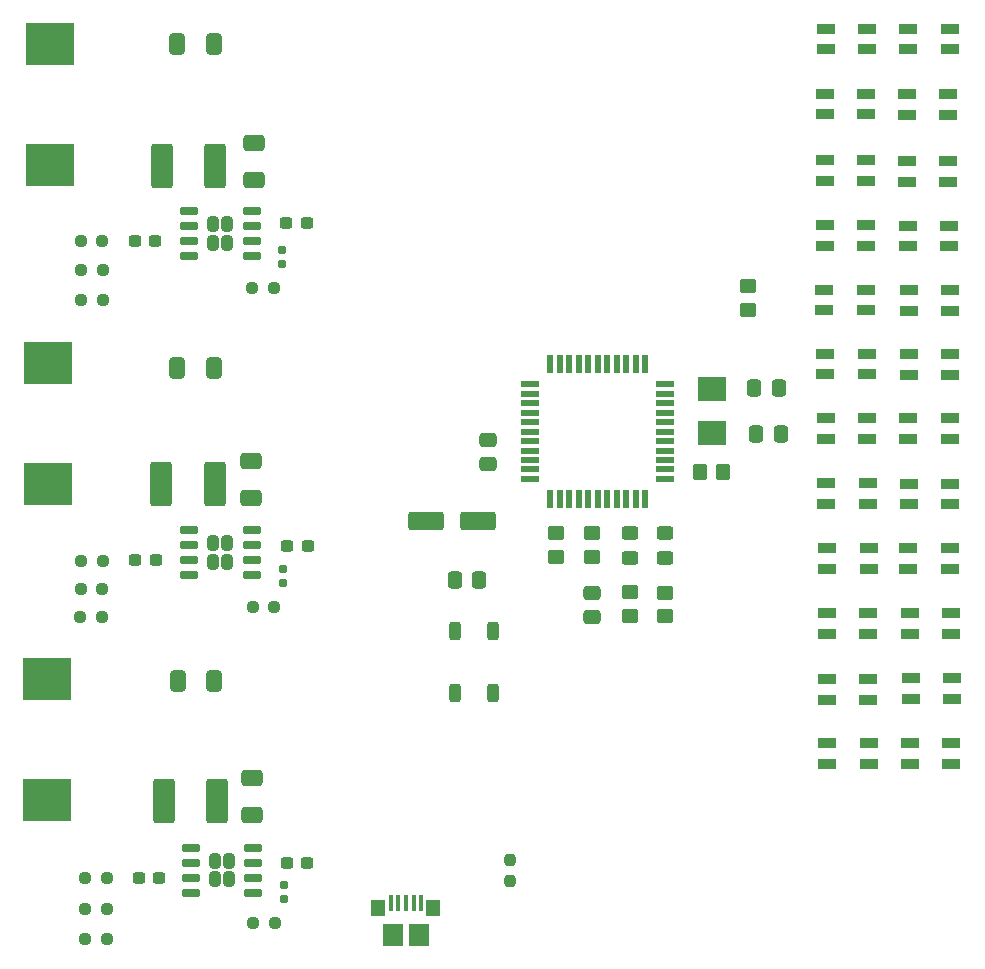
<source format=gbr>
%TF.GenerationSoftware,KiCad,Pcbnew,8.0.4*%
%TF.CreationDate,2025-10-24T14:41:15-04:00*%
%TF.ProjectId,Board,426f6172-642e-46b6-9963-61645f706362,rev?*%
%TF.SameCoordinates,Original*%
%TF.FileFunction,Paste,Top*%
%TF.FilePolarity,Positive*%
%FSLAX46Y46*%
G04 Gerber Fmt 4.6, Leading zero omitted, Abs format (unit mm)*
G04 Created by KiCad (PCBNEW 8.0.4) date 2025-10-24 14:41:15*
%MOMM*%
%LPD*%
G01*
G04 APERTURE LIST*
G04 Aperture macros list*
%AMRoundRect*
0 Rectangle with rounded corners*
0 $1 Rounding radius*
0 $2 $3 $4 $5 $6 $7 $8 $9 X,Y pos of 4 corners*
0 Add a 4 corners polygon primitive as box body*
4,1,4,$2,$3,$4,$5,$6,$7,$8,$9,$2,$3,0*
0 Add four circle primitives for the rounded corners*
1,1,$1+$1,$2,$3*
1,1,$1+$1,$4,$5*
1,1,$1+$1,$6,$7*
1,1,$1+$1,$8,$9*
0 Add four rect primitives between the rounded corners*
20,1,$1+$1,$2,$3,$4,$5,0*
20,1,$1+$1,$4,$5,$6,$7,0*
20,1,$1+$1,$6,$7,$8,$9,0*
20,1,$1+$1,$8,$9,$2,$3,0*%
G04 Aperture macros list end*
%ADD10RoundRect,0.250000X-0.450000X0.350000X-0.450000X-0.350000X0.450000X-0.350000X0.450000X0.350000X0*%
%ADD11R,1.600000X0.850000*%
%ADD12R,2.400000X2.000000*%
%ADD13RoundRect,0.250000X0.475000X-0.337500X0.475000X0.337500X-0.475000X0.337500X-0.475000X-0.337500X0*%
%ADD14RoundRect,0.250000X-0.412500X-0.650000X0.412500X-0.650000X0.412500X0.650000X-0.412500X0.650000X0*%
%ADD15RoundRect,0.237500X-0.300000X-0.237500X0.300000X-0.237500X0.300000X0.237500X-0.300000X0.237500X0*%
%ADD16RoundRect,0.237500X0.250000X0.237500X-0.250000X0.237500X-0.250000X-0.237500X0.250000X-0.237500X0*%
%ADD17RoundRect,0.237500X0.300000X0.237500X-0.300000X0.237500X-0.300000X-0.237500X0.300000X-0.237500X0*%
%ADD18RoundRect,0.250000X-0.337500X-0.475000X0.337500X-0.475000X0.337500X0.475000X-0.337500X0.475000X0*%
%ADD19RoundRect,0.242500X-0.242500X-0.402500X0.242500X-0.402500X0.242500X0.402500X-0.242500X0.402500X0*%
%ADD20RoundRect,0.150000X-0.650000X-0.150000X0.650000X-0.150000X0.650000X0.150000X-0.650000X0.150000X0*%
%ADD21RoundRect,0.250000X0.337500X0.475000X-0.337500X0.475000X-0.337500X-0.475000X0.337500X-0.475000X0*%
%ADD22RoundRect,0.250000X0.450000X-0.350000X0.450000X0.350000X-0.450000X0.350000X-0.450000X-0.350000X0*%
%ADD23RoundRect,0.250000X0.650000X-0.412500X0.650000X0.412500X-0.650000X0.412500X-0.650000X-0.412500X0*%
%ADD24RoundRect,0.250000X1.250000X0.550000X-1.250000X0.550000X-1.250000X-0.550000X1.250000X-0.550000X0*%
%ADD25RoundRect,0.250000X0.350000X0.450000X-0.350000X0.450000X-0.350000X-0.450000X0.350000X-0.450000X0*%
%ADD26RoundRect,0.160000X0.160000X-0.197500X0.160000X0.197500X-0.160000X0.197500X-0.160000X-0.197500X0*%
%ADD27RoundRect,0.250000X-0.450000X0.325000X-0.450000X-0.325000X0.450000X-0.325000X0.450000X0.325000X0*%
%ADD28RoundRect,0.250000X-0.675000X-1.625000X0.675000X-1.625000X0.675000X1.625000X-0.675000X1.625000X0*%
%ADD29R,4.038600X3.657600*%
%ADD30R,0.400000X1.400000*%
%ADD31R,1.150000X1.450000*%
%ADD32R,1.750000X1.900000*%
%ADD33R,0.550000X1.500000*%
%ADD34R,1.500000X0.550000*%
%ADD35RoundRect,0.250000X0.250000X-0.525000X0.250000X0.525000X-0.250000X0.525000X-0.250000X-0.525000X0*%
%ADD36RoundRect,0.237500X-0.237500X0.250000X-0.237500X-0.250000X0.237500X-0.250000X0.237500X0.250000X0*%
%ADD37RoundRect,0.250000X-0.475000X0.337500X-0.475000X-0.337500X0.475000X-0.337500X0.475000X0.337500X0*%
G04 APERTURE END LIST*
D10*
%TO.C,R1*%
X149550000Y-98880000D03*
X149550000Y-100880000D03*
%TD*%
D11*
%TO.C,D6*%
X173550000Y-58400000D03*
X173550000Y-56650000D03*
X170050000Y-56650000D03*
X170050000Y-58400000D03*
%TD*%
D12*
%TO.C,Y1*%
X153540000Y-81660000D03*
X153540000Y-85360000D03*
%TD*%
D11*
%TO.C,D12*%
X173690000Y-75030000D03*
X173690000Y-73280000D03*
X170190000Y-73280000D03*
X170190000Y-75030000D03*
%TD*%
D13*
%TO.C,C5*%
X134590000Y-88007500D03*
X134590000Y-85932500D03*
%TD*%
D11*
%TO.C,D10*%
X173600000Y-69555000D03*
X173600000Y-67805000D03*
X170100000Y-67805000D03*
X170100000Y-69555000D03*
%TD*%
D14*
%TO.C,C8*%
X108247500Y-52425000D03*
X111372500Y-52425000D03*
%TD*%
D15*
%TO.C,C7*%
X117470000Y-67575000D03*
X119195000Y-67575000D03*
%TD*%
D16*
%TO.C,R14*%
X116470000Y-100110000D03*
X114645000Y-100110000D03*
%TD*%
D11*
%TO.C,D20*%
X173660000Y-96860000D03*
X173660000Y-95110000D03*
X170160000Y-95110000D03*
X170160000Y-96860000D03*
%TD*%
D16*
%TO.C,R17*%
X101872500Y-100970000D03*
X100047500Y-100970000D03*
%TD*%
D17*
%TO.C,C16*%
X106702500Y-123000000D03*
X104977500Y-123000000D03*
%TD*%
D11*
%TO.C,D24*%
X173870000Y-107860000D03*
X173870000Y-106110000D03*
X170370000Y-106110000D03*
X170370000Y-107860000D03*
%TD*%
%TO.C,D5*%
X166590000Y-58360000D03*
X166590000Y-56610000D03*
X163090000Y-56610000D03*
X163090000Y-58360000D03*
%TD*%
D16*
%TO.C,R21*%
X102262500Y-125680000D03*
X100437500Y-125680000D03*
%TD*%
D11*
%TO.C,D15*%
X166650000Y-85865000D03*
X166650000Y-84115000D03*
X163150000Y-84115000D03*
X163150000Y-85865000D03*
%TD*%
%TO.C,D7*%
X166580000Y-64025000D03*
X166580000Y-62275000D03*
X163080000Y-62275000D03*
X163080000Y-64025000D03*
%TD*%
D18*
%TO.C,C3*%
X157110000Y-81510000D03*
X159185000Y-81510000D03*
%TD*%
D19*
%TO.C,U4*%
X111430000Y-121555000D03*
X111430000Y-123155000D03*
X112630000Y-121555000D03*
X112630000Y-123155000D03*
D20*
X109380000Y-120450000D03*
X109380000Y-121720000D03*
X109380000Y-122990000D03*
X109380000Y-124260000D03*
X114680000Y-124260000D03*
X114680000Y-122990000D03*
X114680000Y-121720000D03*
X114680000Y-120450000D03*
%TD*%
D15*
%TO.C,C13*%
X117560000Y-94910000D03*
X119285000Y-94910000D03*
%TD*%
D21*
%TO.C,C1*%
X133807500Y-97820000D03*
X131732500Y-97820000D03*
%TD*%
D22*
%TO.C,R8*%
X156590000Y-74920000D03*
X156590000Y-72920000D03*
%TD*%
D11*
%TO.C,D13*%
X166610000Y-80390000D03*
X166610000Y-78640000D03*
X163110000Y-78640000D03*
X163110000Y-80390000D03*
%TD*%
%TO.C,D19*%
X166790000Y-96830000D03*
X166790000Y-95080000D03*
X163290000Y-95080000D03*
X163290000Y-96830000D03*
%TD*%
D23*
%TO.C,C15*%
X114570000Y-117675000D03*
X114570000Y-114550000D03*
%TD*%
D24*
%TO.C,C2*%
X133730000Y-92830000D03*
X129330000Y-92830000D03*
%TD*%
D16*
%TO.C,R16*%
X101910000Y-98550000D03*
X100085000Y-98550000D03*
%TD*%
D11*
%TO.C,D25*%
X166790000Y-113360000D03*
X166790000Y-111610000D03*
X163290000Y-111610000D03*
X163290000Y-113360000D03*
%TD*%
D25*
%TO.C,R5*%
X154500000Y-88620000D03*
X152500000Y-88620000D03*
%TD*%
D16*
%TO.C,R10*%
X101910000Y-69115000D03*
X100085000Y-69115000D03*
%TD*%
D11*
%TO.C,D14*%
X173700000Y-80420000D03*
X173700000Y-78670000D03*
X170200000Y-78670000D03*
X170200000Y-80420000D03*
%TD*%
D10*
%TO.C,R2*%
X146570000Y-98850000D03*
X146570000Y-100850000D03*
%TD*%
D19*
%TO.C,U3*%
X111290000Y-94700000D03*
X111290000Y-96300000D03*
X112490000Y-94700000D03*
X112490000Y-96300000D03*
D20*
X109240000Y-93595000D03*
X109240000Y-94865000D03*
X109240000Y-96135000D03*
X109240000Y-97405000D03*
X114540000Y-97405000D03*
X114540000Y-96135000D03*
X114540000Y-94865000D03*
X114540000Y-93595000D03*
%TD*%
D16*
%TO.C,R6*%
X101940000Y-71595000D03*
X100115000Y-71595000D03*
%TD*%
D26*
%TO.C,R18*%
X117260000Y-124780000D03*
X117260000Y-123585000D03*
%TD*%
D11*
%TO.C,D3*%
X166670000Y-52860000D03*
X166670000Y-51110000D03*
X163170000Y-51110000D03*
X163170000Y-52860000D03*
%TD*%
%TO.C,D23*%
X166770000Y-107940000D03*
X166770000Y-106190000D03*
X163270000Y-106190000D03*
X163270000Y-107940000D03*
%TD*%
%TO.C,D8*%
X173540000Y-64085000D03*
X173540000Y-62335000D03*
X170040000Y-62335000D03*
X170040000Y-64085000D03*
%TD*%
D27*
%TO.C,D2*%
X146590000Y-93850000D03*
X146590000Y-95900000D03*
%TD*%
D26*
%TO.C,R11*%
X117140000Y-71080000D03*
X117140000Y-69885000D03*
%TD*%
D28*
%TO.C,D30*%
X107090000Y-116495000D03*
X111640000Y-116495000D03*
%TD*%
D27*
%TO.C,D1*%
X149560000Y-93860000D03*
X149560000Y-95910000D03*
%TD*%
D19*
%TO.C,U6*%
X111290000Y-67685000D03*
X111290000Y-69285000D03*
X112490000Y-67685000D03*
X112490000Y-69285000D03*
D20*
X109240000Y-66580000D03*
X109240000Y-67850000D03*
X109240000Y-69120000D03*
X109240000Y-70390000D03*
X114540000Y-70390000D03*
X114540000Y-69120000D03*
X114540000Y-67850000D03*
X114540000Y-66580000D03*
%TD*%
D11*
%TO.C,D16*%
X173640000Y-85875000D03*
X173640000Y-84125000D03*
X170140000Y-84125000D03*
X170140000Y-85875000D03*
%TD*%
D16*
%TO.C,R22*%
X102272500Y-128210000D03*
X100447500Y-128210000D03*
%TD*%
D29*
%TO.C,L3*%
X97250000Y-116465000D03*
X97250000Y-106203400D03*
%TD*%
%TO.C,L1*%
X97460000Y-62695000D03*
X97460000Y-52433400D03*
%TD*%
D23*
%TO.C,C11*%
X114510000Y-90890000D03*
X114510000Y-87765000D03*
%TD*%
D17*
%TO.C,C9*%
X106380000Y-69115000D03*
X104655000Y-69115000D03*
%TD*%
D11*
%TO.C,D21*%
X166760000Y-102380000D03*
X166760000Y-100630000D03*
X163260000Y-100630000D03*
X163260000Y-102380000D03*
%TD*%
D30*
%TO.C,J2*%
X126310000Y-125180000D03*
X126960000Y-125180000D03*
X127610000Y-125180000D03*
X128260000Y-125180000D03*
X128910000Y-125180000D03*
D31*
X125290000Y-125600000D03*
D32*
X126485000Y-127830000D03*
X128735000Y-127830000D03*
D31*
X129930000Y-125600000D03*
%TD*%
D28*
%TO.C,D29*%
X106900000Y-89630000D03*
X111450000Y-89630000D03*
%TD*%
D33*
%TO.C,U1*%
X139850000Y-90940000D03*
X140650000Y-90940000D03*
X141450000Y-90940000D03*
X142250000Y-90940000D03*
X143050000Y-90940000D03*
X143850000Y-90940000D03*
X144650000Y-90940000D03*
X145450000Y-90940000D03*
X146250000Y-90940000D03*
X147050000Y-90940000D03*
X147850000Y-90940000D03*
D34*
X149550000Y-89240000D03*
X149550000Y-88440000D03*
X149550000Y-87640000D03*
X149550000Y-86840000D03*
X149550000Y-86040000D03*
X149550000Y-85240000D03*
X149550000Y-84440000D03*
X149550000Y-83640000D03*
X149550000Y-82840000D03*
X149550000Y-82040000D03*
X149550000Y-81240000D03*
D33*
X147850000Y-79540000D03*
X147050000Y-79540000D03*
X146250000Y-79540000D03*
X145450000Y-79540000D03*
X144650000Y-79540000D03*
X143850000Y-79540000D03*
X143050000Y-79540000D03*
X142250000Y-79540000D03*
X141450000Y-79540000D03*
X140650000Y-79540000D03*
X139850000Y-79540000D03*
D34*
X138150000Y-81240000D03*
X138150000Y-82040000D03*
X138150000Y-82840000D03*
X138150000Y-83640000D03*
X138150000Y-84440000D03*
X138150000Y-85240000D03*
X138150000Y-86040000D03*
X138150000Y-86840000D03*
X138150000Y-87640000D03*
X138150000Y-88440000D03*
X138150000Y-89240000D03*
%TD*%
D16*
%TO.C,R19*%
X116500000Y-126835000D03*
X114675000Y-126835000D03*
%TD*%
D35*
%TO.C,SW1*%
X131800000Y-107400000D03*
X131800000Y-102150000D03*
X135000000Y-107400000D03*
X135000000Y-102150000D03*
%TD*%
D14*
%TO.C,C14*%
X108237500Y-79820000D03*
X111362500Y-79820000D03*
%TD*%
D29*
%TO.C,L2*%
X97270000Y-89670800D03*
X97270000Y-79409200D03*
%TD*%
D16*
%TO.C,R20*%
X102272500Y-122990000D03*
X100447500Y-122990000D03*
%TD*%
D36*
%TO.C,R7*%
X136430000Y-121477500D03*
X136430000Y-123302500D03*
%TD*%
D23*
%TO.C,C10*%
X114770000Y-63915000D03*
X114770000Y-60790000D03*
%TD*%
D15*
%TO.C,C17*%
X117550000Y-121745000D03*
X119275000Y-121745000D03*
%TD*%
D17*
%TO.C,C12*%
X106420000Y-96140000D03*
X104695000Y-96140000D03*
%TD*%
D10*
%TO.C,R4*%
X140360000Y-93850000D03*
X140360000Y-95850000D03*
%TD*%
D37*
%TO.C,C6*%
X143340000Y-98860000D03*
X143340000Y-100935000D03*
%TD*%
D11*
%TO.C,D11*%
X166530000Y-74960000D03*
X166530000Y-73210000D03*
X163030000Y-73210000D03*
X163030000Y-74960000D03*
%TD*%
%TO.C,D18*%
X173690000Y-91385000D03*
X173690000Y-89635000D03*
X170190000Y-89635000D03*
X170190000Y-91385000D03*
%TD*%
D18*
%TO.C,C4*%
X157290000Y-85410000D03*
X159365000Y-85410000D03*
%TD*%
D14*
%TO.C,C18*%
X108275000Y-106345000D03*
X111400000Y-106345000D03*
%TD*%
D16*
%TO.C,R12*%
X116440000Y-73075000D03*
X114615000Y-73075000D03*
%TD*%
D26*
%TO.C,R13*%
X117200000Y-98045000D03*
X117200000Y-96850000D03*
%TD*%
D10*
%TO.C,R3*%
X143330000Y-93840000D03*
X143330000Y-95840000D03*
%TD*%
D11*
%TO.C,D4*%
X173660000Y-52880000D03*
X173660000Y-51130000D03*
X170160000Y-51130000D03*
X170160000Y-52880000D03*
%TD*%
%TO.C,D17*%
X166710000Y-91355000D03*
X166710000Y-89605000D03*
X163210000Y-89605000D03*
X163210000Y-91355000D03*
%TD*%
%TO.C,D22*%
X173800000Y-102375000D03*
X173800000Y-100625000D03*
X170300000Y-100625000D03*
X170300000Y-102375000D03*
%TD*%
%TO.C,D26*%
X173800000Y-113370000D03*
X173800000Y-111620000D03*
X170300000Y-111620000D03*
X170300000Y-113370000D03*
%TD*%
D28*
%TO.C,D28*%
X106930000Y-62725000D03*
X111480000Y-62725000D03*
%TD*%
D11*
%TO.C,D9*%
X166580000Y-69505000D03*
X166580000Y-67755000D03*
X163080000Y-67755000D03*
X163080000Y-69505000D03*
%TD*%
D16*
%TO.C,R9*%
X101940000Y-74085000D03*
X100115000Y-74085000D03*
%TD*%
%TO.C,R15*%
X101940000Y-96150000D03*
X100115000Y-96150000D03*
%TD*%
M02*

</source>
